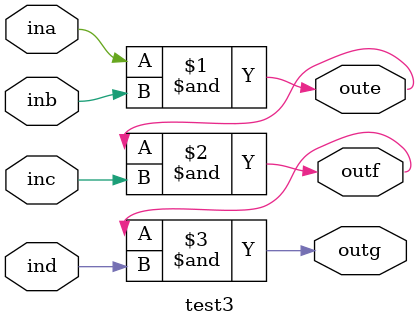
<source format=v>
`timescale 1ns / 1ps

module test3(
    input ina, inb, inc, ind,
    output oute, outf, outg
);
    
    assign oute = ina & inb;
    assign outf = oute & inc;
    assign outg = outf & ind;
    
endmodule

</source>
